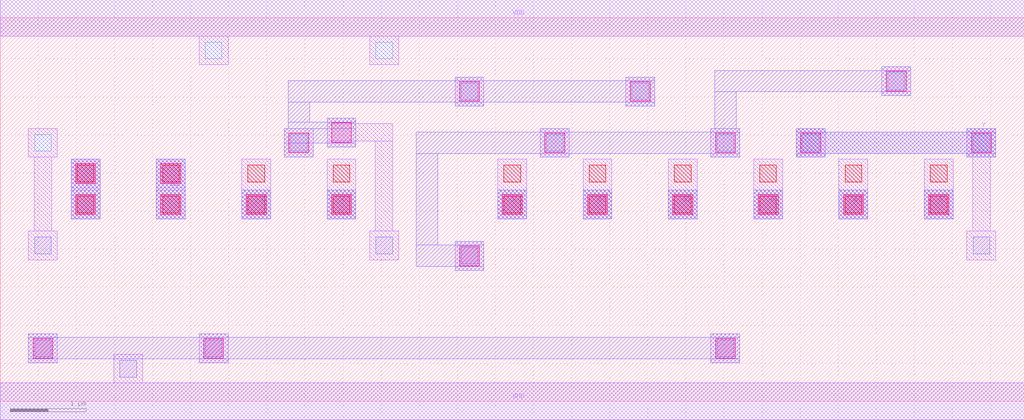
<source format=lef>
MACRO AAAOOAI3322
 CLASS CORE ;
 FOREIGN AAAOOAI3322 0 0 ;
 SIZE 13.44 BY 5.04 ;
 ORIGIN 0 0 ;
 SYMMETRY X Y R90 ;
 SITE unit ;
  PIN VDD
   DIRECTION INOUT ;
   USE POWER ;
   SHAPE ABUTMENT ;
    PORT
     CLASS CORE ;
       LAYER met1 ;
        RECT 0.00000000 4.80000000 13.44000000 5.28000000 ;
    END
  END VDD

  PIN GND
   DIRECTION INOUT ;
   USE POWER ;
   SHAPE ABUTMENT ;
    PORT
     CLASS CORE ;
       LAYER met1 ;
        RECT 0.00000000 -0.24000000 13.44000000 0.24000000 ;
    END
  END GND

  PIN Y
   DIRECTION INOUT ;
   USE SIGNAL ;
   SHAPE ABUTMENT ;
    PORT
     CLASS CORE ;
       LAYER met2 ;
        RECT 10.45000000 3.20700000 10.83000000 3.25700000 ;
        RECT 12.69000000 3.20700000 13.07000000 3.25700000 ;
        RECT 10.45000000 3.25700000 13.07000000 3.53700000 ;
        RECT 10.45000000 3.53700000 10.83000000 3.58700000 ;
        RECT 12.69000000 3.53700000 13.07000000 3.58700000 ;
    END
  END Y

  PIN B1
   DIRECTION INOUT ;
   USE SIGNAL ;
   SHAPE ABUTMENT ;
    PORT
     CLASS CORE ;
       LAYER met2 ;
        RECT 7.65000000 2.39700000 8.03000000 2.77700000 ;
    END
  END B1

  PIN C1
   DIRECTION INOUT ;
   USE SIGNAL ;
   SHAPE ABUTMENT ;
    PORT
     CLASS CORE ;
       LAYER met2 ;
        RECT 3.17000000 2.39700000 3.55000000 2.77700000 ;
    END
  END C1

  PIN B2
   DIRECTION INOUT ;
   USE SIGNAL ;
   SHAPE ABUTMENT ;
    PORT
     CLASS CORE ;
       LAYER met2 ;
        RECT 8.77000000 2.39700000 9.15000000 2.77700000 ;
    END
  END B2

  PIN B
   DIRECTION INOUT ;
   USE SIGNAL ;
   SHAPE ABUTMENT ;
    PORT
     CLASS CORE ;
       LAYER met2 ;
        RECT 6.53000000 2.39700000 6.91000000 2.77700000 ;
    END
  END B

  PIN C
   DIRECTION INOUT ;
   USE SIGNAL ;
   SHAPE ABUTMENT ;
    PORT
     CLASS CORE ;
       LAYER met2 ;
        RECT 4.29000000 2.39700000 4.67000000 2.77700000 ;
    END
  END C

  PIN A2
   DIRECTION INOUT ;
   USE SIGNAL ;
   SHAPE ABUTMENT ;
    PORT
     CLASS CORE ;
       LAYER met2 ;
        RECT 9.89000000 2.39700000 10.27000000 2.77700000 ;
    END
  END A2

  PIN A
   DIRECTION INOUT ;
   USE SIGNAL ;
   SHAPE ABUTMENT ;
    PORT
     CLASS CORE ;
       LAYER met2 ;
        RECT 12.13000000 2.39700000 12.51000000 2.77700000 ;
    END
  END A

  PIN D1
   DIRECTION INOUT ;
   USE SIGNAL ;
   SHAPE ABUTMENT ;
    PORT
     CLASS CORE ;
       LAYER met2 ;
        RECT 2.05000000 2.39700000 2.43000000 3.18200000 ;
    END
  END D1

  PIN A1
   DIRECTION INOUT ;
   USE SIGNAL ;
   SHAPE ABUTMENT ;
    PORT
     CLASS CORE ;
       LAYER met2 ;
        RECT 11.01000000 2.39700000 11.39000000 2.77700000 ;
    END
  END A1

  PIN D
   DIRECTION INOUT ;
   USE SIGNAL ;
   SHAPE ABUTMENT ;
    PORT
     CLASS CORE ;
       LAYER met2 ;
        RECT 0.93000000 2.39700000 1.31000000 3.18200000 ;
    END
  END D

 OBS
    LAYER polycont ;
     RECT 1.01000000 2.47700000 1.23000000 2.69700000 ;
     RECT 2.13000000 2.47700000 2.35000000 2.69700000 ;
     RECT 3.25000000 2.47700000 3.47000000 2.69700000 ;
     RECT 4.37000000 2.47700000 4.59000000 2.69700000 ;
     RECT 6.61000000 2.47700000 6.83000000 2.69700000 ;
     RECT 7.73000000 2.47700000 7.95000000 2.69700000 ;
     RECT 8.85000000 2.47700000 9.07000000 2.69700000 ;
     RECT 9.97000000 2.47700000 10.19000000 2.69700000 ;
     RECT 11.09000000 2.47700000 11.31000000 2.69700000 ;
     RECT 12.21000000 2.47700000 12.43000000 2.69700000 ;
     RECT 1.01000000 2.88200000 1.23000000 3.10200000 ;
     RECT 2.13000000 2.88200000 2.35000000 3.10200000 ;
     RECT 3.25000000 2.88200000 3.47000000 3.10200000 ;
     RECT 4.37000000 2.88200000 4.59000000 3.10200000 ;
     RECT 6.61000000 2.88200000 6.83000000 3.10200000 ;
     RECT 7.73000000 2.88200000 7.95000000 3.10200000 ;
     RECT 8.85000000 2.88200000 9.07000000 3.10200000 ;
     RECT 9.97000000 2.88200000 10.19000000 3.10200000 ;
     RECT 11.09000000 2.88200000 11.31000000 3.10200000 ;
     RECT 12.21000000 2.88200000 12.43000000 3.10200000 ;

    LAYER pdiffc ;
     RECT 0.45000000 3.28700000 0.67000000 3.50700000 ;
     RECT 3.81000000 3.28700000 4.03000000 3.50700000 ;
     RECT 7.17000000 3.28700000 7.39000000 3.50700000 ;
     RECT 9.41000000 3.28700000 9.63000000 3.50700000 ;
     RECT 10.53000000 3.28700000 10.75000000 3.50700000 ;
     RECT 12.77000000 3.28700000 12.99000000 3.50700000 ;
     RECT 6.05000000 3.96200000 6.27000000 4.18200000 ;
     RECT 8.29000000 3.96200000 8.51000000 4.18200000 ;
     RECT 11.65000000 4.09700000 11.87000000 4.31700000 ;
     RECT 2.69000000 4.50200000 2.91000000 4.72200000 ;
     RECT 4.93000000 4.50200000 5.15000000 4.72200000 ;

    LAYER ndiffc ;
     RECT 1.57000000 0.31700000 1.79000000 0.53700000 ;
     RECT 0.45000000 0.58700000 0.67000000 0.80700000 ;
     RECT 2.69000000 0.58700000 2.91000000 0.80700000 ;
     RECT 9.41000000 0.58700000 9.63000000 0.80700000 ;
     RECT 6.05000000 1.80200000 6.27000000 2.02200000 ;
     RECT 0.45000000 1.93700000 0.67000000 2.15700000 ;
     RECT 4.93000000 1.93700000 5.15000000 2.15700000 ;
     RECT 12.77000000 1.93700000 12.99000000 2.15700000 ;

    LAYER met1 ;
     RECT 0.00000000 -0.24000000 13.44000000 0.24000000 ;
     RECT 1.49000000 0.24000000 1.87000000 0.61700000 ;
     RECT 0.37000000 0.50700000 0.75000000 0.88700000 ;
     RECT 2.61000000 0.50700000 2.99000000 0.88700000 ;
     RECT 9.33000000 0.50700000 9.71000000 0.88700000 ;
     RECT 5.97000000 1.72200000 6.35000000 2.10200000 ;
     RECT 0.93000000 2.39700000 1.31000000 2.77700000 ;
     RECT 2.05000000 2.39700000 2.43000000 2.77700000 ;
     RECT 0.93000000 2.80200000 1.31000000 3.18200000 ;
     RECT 2.05000000 2.80200000 2.43000000 3.18200000 ;
     RECT 3.17000000 2.39700000 3.55000000 3.18200000 ;
     RECT 4.29000000 2.39700000 4.67000000 3.18200000 ;
     RECT 6.53000000 2.39700000 6.91000000 3.18200000 ;
     RECT 7.65000000 2.39700000 8.03000000 3.18200000 ;
     RECT 8.77000000 2.39700000 9.15000000 3.18200000 ;
     RECT 9.89000000 2.39700000 10.27000000 3.18200000 ;
     RECT 11.01000000 2.39700000 11.39000000 3.18200000 ;
     RECT 12.13000000 2.39700000 12.51000000 3.18200000 ;
     RECT 0.37000000 1.85700000 0.75000000 2.23700000 ;
     RECT 0.44500000 2.23700000 0.67500000 3.20700000 ;
     RECT 0.37000000 3.20700000 0.75000000 3.58700000 ;
     RECT 3.73000000 3.20700000 4.11000000 3.58700000 ;
     RECT 7.09000000 3.20700000 7.47000000 3.58700000 ;
     RECT 9.33000000 3.20700000 9.71000000 3.58700000 ;
     RECT 10.45000000 3.20700000 10.83000000 3.58700000 ;
     RECT 12.69000000 1.85700000 13.07000000 2.23700000 ;
     RECT 12.76500000 2.23700000 12.99500000 3.20700000 ;
     RECT 12.69000000 3.20700000 13.07000000 3.58700000 ;
     RECT 4.85000000 1.85700000 5.23000000 2.23700000 ;
     RECT 4.29000000 3.34200000 4.67000000 3.41700000 ;
     RECT 4.92500000 2.23700000 5.15500000 3.41700000 ;
     RECT 4.29000000 3.41700000 5.15500000 3.64700000 ;
     RECT 4.29000000 3.64700000 4.67000000 3.72200000 ;
     RECT 5.97000000 3.88200000 6.35000000 4.26200000 ;
     RECT 8.21000000 3.88200000 8.59000000 4.26200000 ;
     RECT 11.57000000 4.01700000 11.95000000 4.39700000 ;
     RECT 2.61000000 4.42200000 2.99000000 4.80000000 ;
     RECT 4.85000000 4.42200000 5.23000000 4.80000000 ;
     RECT 0.00000000 4.80000000 13.44000000 5.28000000 ;

    LAYER via1 ;
     RECT 0.43000000 0.56700000 0.69000000 0.82700000 ;
     RECT 2.67000000 0.56700000 2.93000000 0.82700000 ;
     RECT 9.39000000 0.56700000 9.65000000 0.82700000 ;
     RECT 6.03000000 1.78200000 6.29000000 2.04200000 ;
     RECT 0.99000000 2.45700000 1.25000000 2.71700000 ;
     RECT 2.11000000 2.45700000 2.37000000 2.71700000 ;
     RECT 3.23000000 2.45700000 3.49000000 2.71700000 ;
     RECT 4.35000000 2.45700000 4.61000000 2.71700000 ;
     RECT 6.59000000 2.45700000 6.85000000 2.71700000 ;
     RECT 7.71000000 2.45700000 7.97000000 2.71700000 ;
     RECT 8.83000000 2.45700000 9.09000000 2.71700000 ;
     RECT 9.95000000 2.45700000 10.21000000 2.71700000 ;
     RECT 11.07000000 2.45700000 11.33000000 2.71700000 ;
     RECT 12.19000000 2.45700000 12.45000000 2.71700000 ;
     RECT 0.99000000 2.86200000 1.25000000 3.12200000 ;
     RECT 2.11000000 2.86200000 2.37000000 3.12200000 ;
     RECT 3.79000000 3.26700000 4.05000000 3.52700000 ;
     RECT 7.15000000 3.26700000 7.41000000 3.52700000 ;
     RECT 9.39000000 3.26700000 9.65000000 3.52700000 ;
     RECT 10.51000000 3.26700000 10.77000000 3.52700000 ;
     RECT 12.75000000 3.26700000 13.01000000 3.52700000 ;
     RECT 4.35000000 3.40200000 4.61000000 3.66200000 ;
     RECT 6.03000000 3.94200000 6.29000000 4.20200000 ;
     RECT 8.27000000 3.94200000 8.53000000 4.20200000 ;
     RECT 11.63000000 4.07700000 11.89000000 4.33700000 ;

    LAYER met2 ;
     RECT 0.37000000 0.50700000 0.75000000 0.55700000 ;
     RECT 2.61000000 0.50700000 2.99000000 0.55700000 ;
     RECT 9.33000000 0.50700000 9.71000000 0.55700000 ;
     RECT 0.37000000 0.55700000 9.71000000 0.83700000 ;
     RECT 0.37000000 0.83700000 0.75000000 0.88700000 ;
     RECT 2.61000000 0.83700000 2.99000000 0.88700000 ;
     RECT 9.33000000 0.83700000 9.71000000 0.88700000 ;
     RECT 3.17000000 2.39700000 3.55000000 2.77700000 ;
     RECT 4.29000000 2.39700000 4.67000000 2.77700000 ;
     RECT 6.53000000 2.39700000 6.91000000 2.77700000 ;
     RECT 7.65000000 2.39700000 8.03000000 2.77700000 ;
     RECT 8.77000000 2.39700000 9.15000000 2.77700000 ;
     RECT 9.89000000 2.39700000 10.27000000 2.77700000 ;
     RECT 11.01000000 2.39700000 11.39000000 2.77700000 ;
     RECT 12.13000000 2.39700000 12.51000000 2.77700000 ;
     RECT 0.93000000 2.39700000 1.31000000 3.18200000 ;
     RECT 2.05000000 2.39700000 2.43000000 3.18200000 ;
     RECT 10.45000000 3.20700000 10.83000000 3.25700000 ;
     RECT 12.69000000 3.20700000 13.07000000 3.25700000 ;
     RECT 10.45000000 3.25700000 13.07000000 3.53700000 ;
     RECT 10.45000000 3.53700000 10.83000000 3.58700000 ;
     RECT 12.69000000 3.53700000 13.07000000 3.58700000 ;
     RECT 3.73000000 3.20700000 4.11000000 3.39200000 ;
     RECT 4.29000000 3.34200000 4.67000000 3.39200000 ;
     RECT 3.73000000 3.39200000 4.67000000 3.58700000 ;
     RECT 3.78000000 3.58700000 4.67000000 3.67200000 ;
     RECT 4.29000000 3.67200000 4.67000000 3.72200000 ;
     RECT 3.78000000 3.67200000 4.06000000 3.93200000 ;
     RECT 5.97000000 3.88200000 6.35000000 3.93200000 ;
     RECT 8.21000000 3.88200000 8.59000000 3.93200000 ;
     RECT 3.78000000 3.93200000 8.59000000 4.21200000 ;
     RECT 5.97000000 4.21200000 6.35000000 4.26200000 ;
     RECT 8.21000000 4.21200000 8.59000000 4.26200000 ;
     RECT 5.97000000 1.72200000 6.35000000 1.77200000 ;
     RECT 5.46000000 1.77200000 6.35000000 2.05200000 ;
     RECT 5.97000000 2.05200000 6.35000000 2.10200000 ;
     RECT 5.46000000 2.05200000 5.74000000 3.25700000 ;
     RECT 7.09000000 3.20700000 7.47000000 3.25700000 ;
     RECT 9.33000000 3.20700000 9.71000000 3.25700000 ;
     RECT 5.46000000 3.25700000 9.71000000 3.53700000 ;
     RECT 7.09000000 3.53700000 7.47000000 3.58700000 ;
     RECT 9.33000000 3.53700000 9.71000000 3.58700000 ;
     RECT 9.38000000 3.58700000 9.66000000 4.06700000 ;
     RECT 11.57000000 4.01700000 11.95000000 4.06700000 ;
     RECT 9.38000000 4.06700000 11.95000000 4.34700000 ;
     RECT 11.57000000 4.34700000 11.95000000 4.39700000 ;

 END
END AAAOOAI3322

</source>
